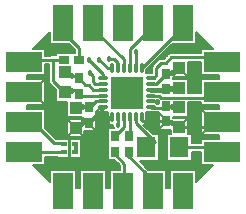
<source format=gtl>
G04 DipTrace 2.4.0.2*
%INTAS2521.gtl*%
%MOMM*%
%ADD13C,0.254*%
%ADD14C,0.381*%
%ADD15C,0.508*%
%ADD16C,0.28*%
%ADD17C,0.457*%
%ADD18C,0.152*%
%ADD19R,1.0X1.1*%
%ADD20R,0.7X0.9*%
%ADD21R,1.6X1.8*%
%ADD22R,1.6X1.7*%
%ADD24R,2.032X1.7*%
%ADD26R,1.7X1.6*%
%ADD27R,1.7X2.0*%
%ADD28R,1.7X2.032*%
%ADD30R,0.5X0.4*%
%ADD31R,0.9X0.7*%
%ADD36O,0.28X1.0*%
%ADD37O,1.0X0.28*%
%ADD38C,0.711*%
%ADD40R,2.7X2.7*%
%FSLAX53Y53*%
G04*
G71*
G90*
G75*
G01*
%LNTop*%
%LPD*%
X15185Y21628D2*
D13*
Y22611D1*
X13818Y23978D1*
X18477Y16789D2*
Y16149D1*
X18492Y16135D1*
X22573Y17694D2*
X23067D1*
Y17576D1*
X23675D1*
X23688Y17589D1*
X21277D2*
Y17554D1*
X22573D1*
Y17694D1*
X14909Y17555D2*
X15565D1*
Y17697D1*
X15901D1*
X16005Y17592D1*
X16115D1*
X16617Y18094D1*
X17172D1*
X17177Y18089D1*
X23067Y17612D2*
Y17694D1*
X15536Y17612D2*
X15565Y17555D1*
X18977Y16789D2*
Y15924D1*
X18199Y15145D1*
X18235D1*
Y13845D2*
X18131D1*
Y13696D1*
X19003Y12823D1*
Y11814D1*
X19434D1*
X18898Y11278D1*
X19477Y16789D2*
Y15324D1*
X19538Y15263D1*
X19401Y15126D1*
Y13826D2*
X19288D1*
Y13571D1*
X20833Y12026D1*
Y11883D1*
X21438Y11278D1*
X19477Y20889D2*
Y22488D1*
X20968Y23978D1*
X21438D1*
X20477Y20889D2*
X23566Y23978D1*
X23978D1*
X21277Y19589D2*
X21720D1*
X22558Y20427D1*
X22584D1*
X23233D1*
Y20482D1*
X23673Y20923D1*
X20477Y16789D2*
Y16470D1*
X22496D1*
X22573Y16394D1*
X23046D1*
Y16276D1*
X23302D1*
X23688Y15889D1*
X26049D1*
X26518Y16358D1*
X14909Y15855D2*
X15080D1*
X15522Y16297D1*
X15612Y16387D1*
X15910D1*
X16005Y16292D1*
X17177Y17589D2*
Y17464D1*
X16005Y16292D1*
X17977Y16789D2*
X16502D1*
X16005Y16292D1*
X23054Y20503D2*
Y20482D1*
X23233D1*
X23061Y16223D2*
X23046Y16276D1*
X15522Y16525D2*
Y16297D1*
X13964Y20551D2*
X14257D1*
X14601Y20206D1*
X14981D1*
X15143Y20044D1*
X17177Y19089D2*
X16368D1*
X16001Y19456D1*
X15731D1*
X15143Y20044D1*
X20127Y18839D2*
X19227D1*
X17977Y20889D2*
X17647D1*
X16900Y21636D1*
X19977Y16789D2*
Y16249D1*
X21588Y14639D1*
X21339D1*
X20889Y14190D1*
X23689D2*
X26146D1*
X26518Y13818D1*
X18977Y20889D2*
Y21661D1*
X16660Y23978D1*
X16358D1*
X18477Y20889D2*
Y21344D1*
X18138Y21684D1*
X17685D1*
X13873Y14469D2*
Y14535D1*
X13101D1*
X11278Y16358D1*
X17177Y20089D2*
Y20400D1*
X16015Y21562D1*
X13873Y13769D2*
X11327D1*
X11278Y13818D1*
X17177Y19589D2*
X16527D1*
X16393Y19724D1*
Y20212D1*
X16086Y20518D1*
X21277Y18589D2*
X21961D1*
X22132Y18418D1*
X26038D1*
X26518Y18898D1*
X21277Y20089D2*
X21493D1*
X21729Y20326D1*
Y20926D1*
X22161Y21358D1*
X22515D1*
X22983Y21826D1*
X26130D1*
X26518Y21438D1*
X21277Y19089D2*
D14*
X22584D1*
Y19127D1*
D15*
X23054D1*
X23238D1*
Y19258D1*
X23638D1*
X23673Y19223D1*
X23054Y19130D2*
Y19127D1*
X21277Y18089D2*
D16*
X21778D1*
D17*
X21790Y18077D1*
X13885Y21628D2*
D13*
X12993D1*
Y19786D1*
X13927Y18851D1*
X13964D1*
Y19066D1*
X14861D1*
Y19026D1*
X15143Y18744D1*
X17177Y18589D2*
X15298D1*
X15143Y18744D1*
X14873Y13769D2*
Y14121D1*
Y14469D1*
X14588Y19003D2*
Y19026D1*
X14861D1*
X14901Y14121D2*
X14873D1*
X11278Y21438D2*
Y21601D1*
X12767D1*
X12794Y21628D1*
X12993D1*
X19977Y20889D2*
Y22305D1*
X19981Y22308D1*
D17*
X16900Y21636D3*
X17685Y21684D3*
X18492Y16135D3*
X14601Y20206D3*
X23054Y19130D3*
X21790Y18077D3*
X23054Y20503D3*
X23061Y16223D3*
X14588Y19003D3*
X23067Y17612D3*
X15522Y16525D3*
X19981Y22308D3*
X16015Y21562D3*
X16086Y20518D3*
X14901Y14121D3*
X15536Y17612D3*
X12295Y22951D3*
X12273Y12284D3*
X25551Y12306D3*
X25617Y22951D3*
X12542Y23766D2*
D18*
X12719D1*
X25077D2*
X25253D1*
X12392Y23617D2*
X12719D1*
X25077D2*
X25403D1*
X12244Y23468D2*
X12719D1*
X25077D2*
X25551D1*
X12094Y23319D2*
X12719D1*
X25077D2*
X25701D1*
X11944Y23170D2*
X12719D1*
X25077D2*
X25851D1*
X11796Y23021D2*
X12719D1*
X25077D2*
X25999D1*
X11646Y22872D2*
X14397D1*
X22986D2*
X26149D1*
X11499Y22723D2*
X14547D1*
X22838D2*
X26296D1*
X11349Y22574D2*
X14695D1*
X22688D2*
X26446D1*
X12328Y22425D2*
X14809D1*
X22538D2*
X25468D1*
X12328Y22276D2*
X14809D1*
X22391D2*
X25468D1*
X12328Y22127D2*
X13185D1*
X22241D2*
X22767D1*
X12328Y21978D2*
X12688D1*
X22093D2*
X22608D1*
X21943Y21829D2*
X22460D1*
X21793Y21680D2*
X21982D1*
X21645Y21530D2*
X21808D1*
X21495Y21381D2*
X21658D1*
X24422D2*
X25468D1*
X12328Y21232D2*
X12616D1*
X21348D2*
X21510D1*
X24422D2*
X25468D1*
X12328Y21083D2*
X12616D1*
X21198D2*
X21389D1*
X24422D2*
X25468D1*
X12328Y20934D2*
X12616D1*
X21048D2*
X21353D1*
X24422D2*
X25468D1*
X12328Y20785D2*
X12616D1*
X20900D2*
X21353D1*
X24422D2*
X25468D1*
X12328Y20636D2*
X12616D1*
X20867D2*
X21353D1*
X24422D2*
X25468D1*
X12328Y20487D2*
X12616D1*
X20864D2*
X21353D1*
X24422D2*
X25468D1*
X10759Y20338D2*
X12616D1*
X24422D2*
X27037D1*
X10759Y20189D2*
X12616D1*
X24422D2*
X27037D1*
X10759Y20040D2*
X12616D1*
X23184D2*
X27037D1*
X12328Y19891D2*
X12616D1*
X24422D2*
X25468D1*
X12328Y19742D2*
X12618D1*
X24422D2*
X25468D1*
X12328Y19593D2*
X12671D1*
X24422D2*
X25468D1*
X12328Y19444D2*
X12809D1*
X24422D2*
X25468D1*
X12328Y19294D2*
X12957D1*
X24422D2*
X25468D1*
X12328Y19145D2*
X13107D1*
X24422D2*
X25468D1*
X12328Y18996D2*
X13214D1*
X24422D2*
X25468D1*
X12328Y18847D2*
X13214D1*
X24422D2*
X25468D1*
X12328Y18698D2*
X13214D1*
X12328Y18549D2*
X13214D1*
X12328Y18400D2*
X13214D1*
X12328Y18251D2*
X13214D1*
X12328Y18102D2*
X13214D1*
X12328Y17953D2*
X14159D1*
X24439D2*
X25468D1*
X10759Y17804D2*
X14159D1*
X24439D2*
X27037D1*
X10759Y17655D2*
X14159D1*
X24439D2*
X27037D1*
X10759Y17506D2*
X14159D1*
X24439D2*
X27037D1*
X12328Y17357D2*
X14159D1*
X24439D2*
X25468D1*
X12328Y17208D2*
X14159D1*
X16604D2*
X17593D1*
X20862D2*
X21160D1*
X24439D2*
X25468D1*
X12328Y17058D2*
X14159D1*
X16604D2*
X17588D1*
X20867D2*
X21972D1*
X24439D2*
X25468D1*
X12328Y16909D2*
X14159D1*
X16604D2*
X17588D1*
X20867D2*
X21972D1*
X24439D2*
X25468D1*
X12328Y16760D2*
X15407D1*
X16604D2*
X17588D1*
X20867D2*
X21972D1*
X23172D2*
X25468D1*
X12328Y16611D2*
X14159D1*
X16604D2*
X17588D1*
X20867D2*
X21972D1*
X24439D2*
X25468D1*
X12328Y16462D2*
X14159D1*
X16604D2*
X17588D1*
X20867D2*
X21972D1*
X24439D2*
X25468D1*
X12328Y16313D2*
X14159D1*
X16604D2*
X17607D1*
X20848D2*
X21972D1*
X24439D2*
X25468D1*
X12328Y16164D2*
X14159D1*
X16604D2*
X17698D1*
X20757D2*
X21972D1*
X24439D2*
X25468D1*
X12328Y16015D2*
X14159D1*
X16604D2*
X18029D1*
X20738D2*
X21972D1*
X24439D2*
X25468D1*
X12328Y15866D2*
X14159D1*
X16604D2*
X18100D1*
X20888D2*
X21972D1*
X24439D2*
X25468D1*
X12447Y15717D2*
X14159D1*
X16604D2*
X17636D1*
X21036D2*
X21972D1*
X24439D2*
X25468D1*
X12594Y15568D2*
X14159D1*
X15659D2*
X17636D1*
X21186D2*
X22939D1*
X24439D2*
X25468D1*
X12744Y15419D2*
X14159D1*
X15659D2*
X17636D1*
X21333D2*
X22939D1*
X24439D2*
X25468D1*
X12892Y15270D2*
X14159D1*
X15659D2*
X17636D1*
X21938D2*
X22639D1*
X24739D2*
X27037D1*
X13042Y15121D2*
X14159D1*
X15659D2*
X17636D1*
X21938D2*
X22639D1*
X24739D2*
X27037D1*
X13192Y14972D2*
X17636D1*
X21938D2*
X22639D1*
X24739D2*
X27037D1*
X15373Y14822D2*
X17636D1*
X21938D2*
X22639D1*
X24739D2*
X25468D1*
X15373Y14673D2*
X17636D1*
X21962D2*
X22639D1*
X24739D2*
X25468D1*
X15373Y14524D2*
X17636D1*
X21945D2*
X22639D1*
X15373Y14375D2*
X17636D1*
X21938D2*
X22639D1*
X15373Y14226D2*
X17636D1*
X21938D2*
X22639D1*
X15378Y14077D2*
X17636D1*
X21938D2*
X22639D1*
X15373Y13928D2*
X17636D1*
X21938D2*
X22639D1*
X15373Y13779D2*
X17636D1*
X21938D2*
X22639D1*
X24739D2*
X25468D1*
X15373Y13630D2*
X17636D1*
X21938D2*
X22639D1*
X24739D2*
X25468D1*
X15373Y13481D2*
X17636D1*
X21938D2*
X22639D1*
X24739D2*
X25468D1*
X12328Y13332D2*
X17636D1*
X21938D2*
X22639D1*
X24739D2*
X25468D1*
X12328Y13183D2*
X17636D1*
X21938D2*
X22639D1*
X24739D2*
X25468D1*
X12328Y13034D2*
X18267D1*
X20350D2*
X25468D1*
X12328Y12885D2*
X18414D1*
X20500D2*
X25468D1*
X12328Y12736D2*
X18564D1*
X20650D2*
X25468D1*
X11444Y12586D2*
X18626D1*
X20798D2*
X26351D1*
X11594Y12437D2*
X18626D1*
X20948D2*
X26201D1*
X11742Y12288D2*
X12719D1*
X14918D2*
X15259D1*
X17457D2*
X17798D1*
X22538D2*
X22879D1*
X25077D2*
X26054D1*
X11892Y12139D2*
X12719D1*
X14918D2*
X15259D1*
X17457D2*
X17798D1*
X22538D2*
X22879D1*
X25077D2*
X25903D1*
X12042Y11990D2*
X12719D1*
X14918D2*
X15259D1*
X17457D2*
X17798D1*
X22538D2*
X22879D1*
X25077D2*
X25756D1*
X12189Y11841D2*
X12719D1*
X14918D2*
X15259D1*
X17457D2*
X17798D1*
X22538D2*
X22879D1*
X25077D2*
X25606D1*
X12339Y11692D2*
X12719D1*
X14918D2*
X15259D1*
X17457D2*
X17798D1*
X22538D2*
X22879D1*
X25077D2*
X25456D1*
X12487Y11543D2*
X12719D1*
X14918D2*
X15259D1*
X17457D2*
X17798D1*
X22538D2*
X22879D1*
X25077D2*
X25308D1*
X12637Y11394D2*
X12719D1*
X14918D2*
X15259D1*
X17457D2*
X17798D1*
X22538D2*
X22879D1*
X25077D2*
X25158D1*
X14918Y11245D2*
X15259D1*
X17457D2*
X17798D1*
X22538D2*
X22879D1*
X14918Y11096D2*
X15259D1*
X17457D2*
X17798D1*
X22538D2*
X22879D1*
X14918Y10947D2*
X15259D1*
X17457D2*
X17798D1*
X22538D2*
X22879D1*
X14918Y10798D2*
X15259D1*
X17457D2*
X17798D1*
X22538D2*
X22879D1*
X17603Y17135D2*
X17607Y17206D1*
Y17221D1*
X17532Y17215D1*
X16781Y17216D1*
X16707Y17231D1*
X16637Y17261D1*
X16590Y17291D1*
X16588Y16908D1*
X16590Y16855D1*
Y15608D1*
X15643D1*
X15644Y15070D1*
X14174D1*
Y16640D1*
X15421D1*
Y16771D1*
X14174Y16770D1*
Y18068D1*
X13937Y18066D1*
X13229D1*
Y19040D1*
X12737Y19530D1*
X12689Y19589D1*
X12655Y19657D1*
X12638Y19716D1*
X12631Y19862D1*
Y21240D1*
X12312Y21239D1*
X12313Y20353D1*
X10743D1*
X10746Y19983D1*
X12313D1*
Y17813D1*
X10742D1*
X10744Y17441D1*
X11539Y17443D1*
X12313D1*
Y15835D1*
X13253Y14897D1*
X13389D1*
X13388Y14904D1*
X14358D1*
X14355Y14034D1*
X14358Y13975D1*
Y13334D1*
X13388D1*
Y13408D1*
X12313Y13407D1*
Y12733D1*
X11282D1*
X12734Y11282D1*
X12733Y12313D1*
X14903D1*
Y10743D1*
X15272Y10744D1*
X15273Y11243D1*
Y12313D1*
X17443D1*
Y10745D1*
X17815Y10744D1*
X17813Y11539D1*
Y12313D1*
X18640D1*
X18642Y12674D1*
X18153Y13162D1*
X17651Y13161D1*
X17653Y14530D1*
X17651Y14689D1*
Y15830D1*
X18143D1*
X18088Y15909D1*
X18056Y15978D1*
X18036Y16058D1*
X17956Y16055D1*
X17881Y16067D1*
X17810Y16094D1*
X17746Y16135D1*
X17691Y16187D1*
X17648Y16250D1*
X17619Y16320D1*
X17604Y16395D1*
X17603Y16627D1*
Y17149D1*
X17537Y17215D1*
X17522D1*
X20852Y17134D2*
Y16414D1*
X20841Y16339D1*
X20815Y16267D1*
X20776Y16202D1*
X20724Y16147D1*
X20661Y16103D1*
X20644Y16094D1*
X21414Y15325D1*
X21924Y15324D1*
X21926Y14768D1*
X21945Y14694D1*
X21949Y14618D1*
X21930Y14521D1*
X21924Y14410D1*
Y13055D1*
X20317D1*
X21058Y12312D1*
X22523Y12313D1*
Y10743D1*
X22892Y10744D1*
X22893Y11243D1*
Y12313D1*
X25063D1*
Y11282D1*
X26514Y12734D1*
X25483Y12733D1*
Y13826D1*
X24775Y13828D1*
X24725D1*
X24724Y13055D1*
X22655D1*
Y15324D1*
X22952D1*
X22954Y15577D1*
Y15710D1*
X21988Y15709D1*
Y17192D1*
X21277D1*
X21189Y17203D1*
X21152Y17215D1*
X20917Y17217D1*
X20842Y17224D1*
X20850Y17187D1*
X20852Y17134D1*
X20845Y20456D2*
X20917Y20464D1*
X21358D1*
X21367Y20478D1*
Y20926D1*
X21375Y21001D1*
X21399Y21073D1*
X21429Y21128D1*
X21527Y21235D1*
X21906Y21614D1*
X21965Y21661D1*
X22033Y21696D1*
X22092Y21713D1*
X22238Y21720D1*
X22367Y21721D1*
X22727Y22082D1*
X22787Y22129D1*
X22854Y22164D1*
X22914Y22181D1*
X23059Y22188D1*
X25486D1*
X25483Y22523D1*
X26514D1*
X25062Y23974D1*
X25063Y22943D1*
X23041D1*
X22313Y22214D1*
X20853Y20754D1*
X20852Y20529D1*
X20845Y20456D1*
X24424Y15324D2*
X24724D1*
Y14550D1*
X25482Y14551D1*
X25483Y14903D1*
X27053D1*
X27050Y15273D1*
X25483D1*
Y17443D1*
X27054D1*
X27052Y17815D1*
X26257Y17813D1*
X25483D1*
Y18059D1*
X24971Y18056D1*
X24421D1*
X24423Y17231D1*
Y16804D1*
X23157D1*
Y16673D1*
X24423Y16674D1*
Y15324D1*
X23170Y20007D2*
X24408D1*
Y18781D1*
X25333Y18780D1*
X25483D1*
Y19983D1*
X27053D1*
X27052Y20353D1*
X25483D1*
Y21465D1*
X24408Y21464D1*
Y20138D1*
X23168Y20137D1*
Y20008D1*
X15356Y14204D2*
X15358Y14197D1*
X15365Y14121D1*
X15355Y14034D1*
X15358Y13594D1*
Y13334D1*
X14388D1*
X14391Y14204D1*
X14388Y14263D1*
Y14904D1*
X15358D1*
Y14218D1*
X14577Y22213D2*
X14822D1*
X14824Y22459D1*
X14342Y22943D1*
X12733D1*
Y23974D1*
X11282Y22522D1*
X12313Y22523D1*
Y21963D1*
X12657D1*
X12715Y21981D1*
X12791Y21990D1*
X13200D1*
X13201Y22213D1*
X14570Y22211D1*
X14501Y22213D1*
X14577D1*
X17977Y16789D2*
X17651Y16245D1*
X20477Y16789D2*
X20804Y16245D1*
X17177Y17589D2*
X16633Y17263D1*
X24423Y16673D2*
X23688Y15889D1*
X23673Y20923D2*
X24408Y20138D1*
X14175Y16640D2*
X15644Y15071D1*
X14909Y15855D2*
X14175Y15071D1*
X21988Y17078D2*
X22573Y16394D1*
X21988Y15709D1*
X16005Y16292D2*
X16590Y15608D1*
Y16977D2*
X16005Y16292D1*
X25484Y17442D2*
X26518Y16358D1*
X25484Y15274D1*
X11278Y18898D2*
X12313Y17814D1*
Y19982D2*
X11278Y18898D1*
D19*
X23688Y17589D3*
Y15889D3*
D20*
X22573Y17694D3*
Y16394D3*
D19*
X14909Y17555D3*
Y15855D3*
D20*
X16005Y17592D3*
Y16292D3*
X22584Y19127D3*
Y20427D3*
D19*
X23673Y19223D3*
Y20923D3*
D21*
X20889Y14190D3*
X23689D3*
D20*
X18235Y15145D3*
Y13845D3*
X19401Y15126D3*
Y13826D3*
X15143Y18744D3*
Y20044D3*
D19*
X13964Y18851D3*
Y20551D3*
D22*
X11278Y21438D3*
Y18898D3*
D24*
X10008Y21438D3*
Y18898D3*
D26*
X13818Y11278D3*
D27*
Y10008D3*
D22*
X11278Y13818D3*
Y16358D3*
D24*
X10008Y13818D3*
Y16358D3*
D22*
X26518Y18898D3*
Y21438D3*
D24*
X27788Y18898D3*
Y21438D3*
D26*
X23978Y23978D3*
X21438D3*
X18898D3*
X16358D3*
D28*
X23978Y25248D3*
X21438D3*
X18898D3*
X16358D3*
D26*
X13818Y23978D3*
D27*
Y25248D3*
D22*
X26518Y16358D3*
Y13818D3*
D24*
X27788Y16358D3*
Y13818D3*
D26*
X18898Y11278D3*
X21438D3*
D28*
X18898Y10008D3*
X21438D3*
D26*
X16358Y11278D3*
D27*
Y10008D3*
D26*
X23978Y11278D3*
D27*
Y10008D3*
D30*
X13873Y14469D3*
Y13769D3*
X14873D3*
Y14469D3*
D31*
X15185Y21628D3*
X13885D3*
D36*
X17977Y16789D3*
X18477D3*
X18977D3*
X19477D3*
X19977D3*
X20477D3*
D37*
X21277Y17589D3*
Y18089D3*
Y18589D3*
Y19089D3*
Y19589D3*
Y20089D3*
D36*
X20477Y20889D3*
X19977D3*
X19477D3*
X18977D3*
X18477D3*
X17977D3*
D37*
X17177Y20089D3*
Y19589D3*
Y19089D3*
Y18589D3*
Y18089D3*
Y17589D3*
D38*
X18327Y17939D3*
Y18839D3*
Y19739D3*
X19227Y17939D3*
Y18839D3*
Y19739D3*
X20127Y17939D3*
Y18839D3*
Y19739D3*
D40*
X19227Y18839D3*
G36*
X16773Y13458D2*
X16583Y13487D1*
X16435Y13547D1*
X16342Y13623D1*
X16265Y13699D1*
X16202Y13811D1*
X16176Y13877D1*
X16156Y13972D1*
X16146Y14023D1*
X16141Y14105D1*
X16164Y14170D1*
X16202Y14208D1*
X16227Y14234D1*
X16240Y14298D1*
X16235Y14323D1*
X16220Y14374D1*
X16189Y14401D1*
X16271Y14500D1*
X16347Y14450D1*
X16365D1*
X16401Y14538D1*
X16456Y14551D1*
X16557Y14561D1*
X16451Y14309D1*
Y14277D1*
X16458Y14234D1*
X16481Y14223D1*
X16532Y14244D1*
X16596Y14359D1*
X16666Y14531D1*
X16717Y14505D1*
X16772Y14442D1*
X16697Y14251D1*
X16735Y14258D1*
X16773D1*
Y13458D1*
G37*
M02*

</source>
